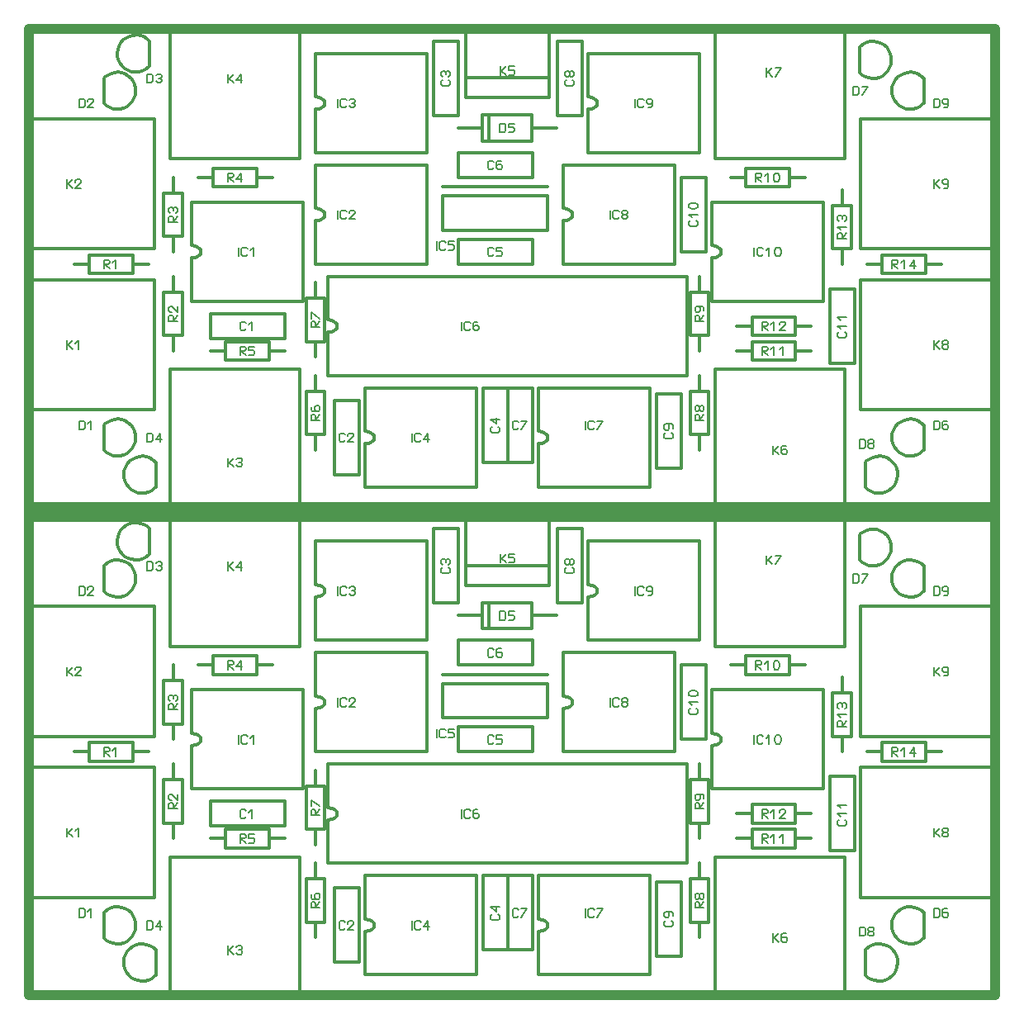
<source format=gto>
%FSLAX24Y24*%
%MOIN*%
%ADD10C,0.0060*%
%ADD11C,0.0139*%
%ADD12C,0.0394*%
D10*
G01X8202Y1821D02*
X8202Y2179D01*
X8202Y1940D02*
X8440Y2179D01*
X8262Y2000D02*
X8440Y1821D01*
X8560Y2119D02*
X8619Y2179D01*
X8738Y2179D01*
X8798Y2119D01*
X8798Y2060D01*
X8738Y2000D01*
X8649Y2000D01*
X8738Y2000D02*
X8798Y1940D01*
X8798Y1881D01*
X8738Y1821D01*
X8619Y1821D01*
X8560Y1881D01*
X17119Y17440D02*
X17179Y17381D01*
X17179Y17262D01*
X17119Y17202D01*
X16881Y17202D01*
X16821Y17262D01*
X16821Y17381D01*
X16881Y17440D01*
X16881Y17560D02*
X16821Y17619D01*
X16821Y17738D01*
X16881Y17798D01*
X16940Y17798D01*
X17000Y17738D01*
X17000Y17649D01*
X17000Y17738D02*
X17060Y17798D01*
X17119Y17798D01*
X17179Y17738D01*
X17179Y17619D01*
X17119Y17560D01*
X19190Y15321D02*
X19190Y15679D01*
X19368Y15679D01*
X19428Y15619D01*
X19428Y15381D01*
X19368Y15321D01*
X19190Y15321D01*
X19547Y15679D02*
X19785Y15679D01*
X19547Y15679D02*
X19547Y15530D01*
X19726Y15530D01*
X19785Y15470D01*
X19785Y15381D01*
X19726Y15321D01*
X19547Y15321D01*
X8940Y7381D02*
X8881Y7321D01*
X8762Y7321D01*
X8702Y7381D01*
X8702Y7619D01*
X8762Y7679D01*
X8881Y7679D01*
X8940Y7619D01*
X9179Y7321D02*
X9179Y7679D01*
X9060Y7560D01*
X8702Y6321D02*
X8702Y6679D01*
X8881Y6679D01*
X8940Y6619D01*
X8940Y6560D01*
X8881Y6500D01*
X8702Y6500D01*
X8940Y6321D01*
X9060Y6679D02*
X9298Y6679D01*
X9060Y6679D02*
X9060Y6530D01*
X9238Y6530D01*
X9298Y6470D01*
X9298Y6381D01*
X9238Y6321D01*
X9060Y6321D01*
X19202Y17632D02*
X19202Y17990D01*
X19202Y17751D02*
X19440Y17990D01*
X19262Y17811D02*
X19440Y17632D01*
X19560Y17990D02*
X19798Y17990D01*
X19560Y17990D02*
X19560Y17841D01*
X19738Y17841D01*
X19798Y17781D01*
X19798Y17692D01*
X19738Y17632D01*
X19560Y17632D01*
X33119Y7262D02*
X33179Y7202D01*
X33179Y7083D01*
X33119Y7024D01*
X32881Y7024D01*
X32821Y7083D01*
X32821Y7202D01*
X32881Y7262D01*
X33179Y7500D02*
X32821Y7500D01*
X32940Y7381D01*
X33179Y7857D02*
X32821Y7857D01*
X32940Y7738D01*
X29524Y13321D02*
X29524Y13679D01*
X29702Y13679D01*
X29762Y13619D01*
X29762Y13560D01*
X29702Y13500D01*
X29524Y13500D01*
X29762Y13321D01*
X30000Y13321D02*
X30000Y13679D01*
X29881Y13560D01*
X30298Y13321D02*
X30238Y13440D01*
X30238Y13560D01*
X30298Y13679D01*
X30417Y13679D01*
X30476Y13560D01*
X30476Y13440D01*
X30417Y13321D01*
X30298Y13321D01*
X29952Y17571D02*
X29952Y17929D01*
X29952Y17690D02*
X30190Y17929D01*
X30012Y17750D02*
X30190Y17571D01*
X30310Y17929D02*
X30548Y17929D01*
X30310Y17571D01*
X22119Y17440D02*
X22179Y17381D01*
X22179Y17262D01*
X22119Y17202D01*
X21881Y17202D01*
X21821Y17262D01*
X21821Y17381D01*
X21881Y17440D01*
X22179Y17619D02*
X22119Y17560D01*
X22060Y17560D01*
X22000Y17619D01*
X22000Y17738D01*
X21940Y17798D01*
X21881Y17798D01*
X21821Y17738D01*
X21821Y17619D01*
X21881Y17560D01*
X21940Y17560D01*
X22000Y17619D01*
X22000Y17738D02*
X22060Y17798D01*
X22119Y17798D01*
X22179Y17738D01*
X22179Y17619D01*
X18940Y13881D02*
X18881Y13821D01*
X18762Y13821D01*
X18702Y13881D01*
X18702Y14119D01*
X18762Y14179D01*
X18881Y14179D01*
X18940Y14119D01*
X19238Y14179D02*
X19119Y14179D01*
X19060Y14119D01*
X19060Y13881D01*
X19119Y13821D01*
X19238Y13821D01*
X19298Y13881D01*
X19298Y13970D01*
X19238Y14030D01*
X19119Y14030D01*
X19060Y13970D01*
X16643Y10571D02*
X16643Y10929D01*
X17000Y10631D02*
X16940Y10571D01*
X16821Y10571D01*
X16762Y10631D01*
X16762Y10869D01*
X16821Y10929D01*
X16940Y10929D01*
X17000Y10869D01*
X17119Y10929D02*
X17357Y10929D01*
X17119Y10929D02*
X17119Y10780D01*
X17298Y10780D01*
X17357Y10720D01*
X17357Y10631D01*
X17298Y10571D01*
X17119Y10571D01*
X19940Y3381D02*
X19881Y3321D01*
X19762Y3321D01*
X19702Y3381D01*
X19702Y3619D01*
X19762Y3679D01*
X19881Y3679D01*
X19940Y3619D01*
X20060Y3679D02*
X20298Y3679D01*
X20060Y3321D01*
X12940Y2881D02*
X12881Y2821D01*
X12762Y2821D01*
X12702Y2881D01*
X12702Y3119D01*
X12762Y3179D01*
X12881Y3179D01*
X12940Y3119D01*
X13060Y3060D02*
X13060Y3119D01*
X13119Y3179D01*
X13238Y3179D01*
X13298Y3119D01*
X13298Y3060D01*
X13060Y2821D01*
X13298Y2821D01*
X27119Y11762D02*
X27179Y11702D01*
X27179Y11583D01*
X27119Y11524D01*
X26881Y11524D01*
X26821Y11583D01*
X26821Y11702D01*
X26881Y11762D01*
X27179Y12000D02*
X26821Y12000D01*
X26940Y11881D01*
X27179Y12298D02*
X27060Y12238D01*
X26940Y12238D01*
X26821Y12298D01*
X26821Y12417D01*
X26940Y12476D01*
X27060Y12476D01*
X27179Y12417D01*
X27179Y12298D01*
X26119Y3190D02*
X26179Y3131D01*
X26179Y3012D01*
X26119Y2952D01*
X25881Y2952D01*
X25821Y3012D01*
X25821Y3131D01*
X25881Y3190D01*
X26179Y3369D02*
X26179Y3488D01*
X26119Y3548D01*
X25881Y3548D01*
X25821Y3488D01*
X25821Y3369D01*
X25881Y3310D01*
X25970Y3310D01*
X26030Y3369D01*
X26030Y3488D01*
X25970Y3548D01*
X24643Y16321D02*
X24643Y16679D01*
X25000Y16381D02*
X24940Y16321D01*
X24821Y16321D01*
X24762Y16381D01*
X24762Y16619D01*
X24821Y16679D01*
X24940Y16679D01*
X25000Y16619D01*
X25179Y16321D02*
X25298Y16321D01*
X25357Y16381D01*
X25357Y16619D01*
X25298Y16679D01*
X25179Y16679D01*
X25119Y16619D01*
X25119Y16530D01*
X25179Y16470D01*
X25298Y16470D01*
X25357Y16530D01*
X29464Y10321D02*
X29464Y10679D01*
X29821Y10381D02*
X29762Y10321D01*
X29643Y10321D01*
X29583Y10381D01*
X29583Y10619D01*
X29643Y10679D01*
X29762Y10679D01*
X29821Y10619D01*
X30060Y10321D02*
X30060Y10679D01*
X29940Y10560D01*
X30357Y10321D02*
X30298Y10440D01*
X30298Y10560D01*
X30357Y10679D01*
X30476Y10679D01*
X30536Y10560D01*
X30536Y10440D01*
X30476Y10321D01*
X30357Y10321D01*
X36702Y13071D02*
X36702Y13429D01*
X36702Y13190D02*
X36940Y13429D01*
X36762Y13250D02*
X36940Y13071D01*
X37119Y13071D02*
X37238Y13071D01*
X37298Y13131D01*
X37298Y13369D01*
X37238Y13429D01*
X37119Y13429D01*
X37060Y13369D01*
X37060Y13280D01*
X37119Y13220D01*
X37238Y13220D01*
X37298Y13280D01*
X36702Y6571D02*
X36702Y6929D01*
X36702Y6690D02*
X36940Y6929D01*
X36762Y6750D02*
X36940Y6571D01*
X37119Y6571D02*
X37060Y6631D01*
X37060Y6690D01*
X37119Y6750D01*
X37238Y6750D01*
X37298Y6810D01*
X37298Y6869D01*
X37238Y6929D01*
X37119Y6929D01*
X37060Y6869D01*
X37060Y6810D01*
X37119Y6750D01*
X37238Y6750D02*
X37298Y6690D01*
X37298Y6631D01*
X37238Y6571D01*
X37119Y6571D01*
X30202Y2321D02*
X30202Y2679D01*
X30202Y2440D02*
X30440Y2679D01*
X30262Y2500D02*
X30440Y2321D01*
X30738Y2679D02*
X30619Y2679D01*
X30560Y2619D01*
X30560Y2381D01*
X30619Y2321D01*
X30738Y2321D01*
X30798Y2381D01*
X30798Y2470D01*
X30738Y2530D01*
X30619Y2530D01*
X30560Y2470D01*
X33179Y11024D02*
X32821Y11024D01*
X32821Y11202D01*
X32881Y11262D01*
X32940Y11262D01*
X33000Y11202D01*
X33000Y11024D01*
X33179Y11262D01*
X33179Y11500D02*
X32821Y11500D01*
X32940Y11381D01*
X32881Y11738D02*
X32821Y11798D01*
X32821Y11917D01*
X32881Y11976D01*
X32940Y11976D01*
X33000Y11917D01*
X33000Y11827D01*
X33000Y11917D02*
X33060Y11976D01*
X33119Y11976D01*
X33179Y11917D01*
X33179Y11798D01*
X33119Y11738D01*
X29774Y7321D02*
X29774Y7679D01*
X29952Y7679D01*
X30012Y7619D01*
X30012Y7560D01*
X29952Y7500D01*
X29774Y7500D01*
X30012Y7321D01*
X30250Y7321D02*
X30250Y7679D01*
X30131Y7560D01*
X30488Y7560D02*
X30488Y7619D01*
X30548Y7679D01*
X30667Y7679D01*
X30726Y7619D01*
X30726Y7560D01*
X30488Y7321D01*
X30726Y7321D01*
X29774Y6321D02*
X29774Y6679D01*
X29952Y6679D01*
X30012Y6619D01*
X30012Y6560D01*
X29952Y6500D01*
X29774Y6500D01*
X30012Y6321D01*
X30250Y6321D02*
X30250Y6679D01*
X30131Y6560D01*
X30607Y6321D02*
X30607Y6679D01*
X30488Y6560D01*
X22643Y3321D02*
X22643Y3679D01*
X23000Y3381D02*
X22940Y3321D01*
X22821Y3321D01*
X22762Y3381D01*
X22762Y3619D01*
X22821Y3679D01*
X22940Y3679D01*
X23000Y3619D01*
X23119Y3679D02*
X23357Y3679D01*
X23119Y3321D01*
X23643Y11821D02*
X23643Y12179D01*
X24000Y11881D02*
X23940Y11821D01*
X23821Y11821D01*
X23762Y11881D01*
X23762Y12119D01*
X23821Y12179D01*
X23940Y12179D01*
X24000Y12119D01*
X24179Y11821D02*
X24119Y11881D01*
X24119Y11940D01*
X24179Y12000D01*
X24298Y12000D01*
X24357Y12060D01*
X24357Y12119D01*
X24298Y12179D01*
X24179Y12179D01*
X24119Y12119D01*
X24119Y12060D01*
X24179Y12000D01*
X24298Y12000D02*
X24357Y11940D01*
X24357Y11881D01*
X24298Y11821D01*
X24179Y11821D01*
X1702Y6571D02*
X1702Y6929D01*
X1702Y6690D02*
X1940Y6929D01*
X1762Y6750D02*
X1940Y6571D01*
X2179Y6571D02*
X2179Y6929D01*
X2060Y6810D01*
X1702Y13071D02*
X1702Y13429D01*
X1702Y13190D02*
X1940Y13429D01*
X1762Y13250D02*
X1940Y13071D01*
X2060Y13310D02*
X2060Y13369D01*
X2119Y13429D01*
X2238Y13429D01*
X2298Y13369D01*
X2298Y13310D01*
X2060Y13071D01*
X2298Y13071D01*
X8202Y17321D02*
X8202Y17679D01*
X8202Y17440D02*
X8440Y17679D01*
X8262Y17500D02*
X8440Y17321D01*
X8738Y17321D02*
X8738Y17679D01*
X8560Y17440D01*
X8798Y17440D01*
X8202Y13321D02*
X8202Y13679D01*
X8381Y13679D01*
X8440Y13619D01*
X8440Y13560D01*
X8381Y13500D01*
X8202Y13500D01*
X8440Y13321D01*
X8738Y13321D02*
X8738Y13679D01*
X8560Y13440D01*
X8798Y13440D01*
X6179Y11702D02*
X5821Y11702D01*
X5821Y11881D01*
X5881Y11940D01*
X5940Y11940D01*
X6000Y11881D01*
X6000Y11702D01*
X6179Y11940D01*
X5881Y12060D02*
X5821Y12119D01*
X5821Y12238D01*
X5881Y12298D01*
X5940Y12298D01*
X6000Y12238D01*
X6000Y12149D01*
X6000Y12238D02*
X6060Y12298D01*
X6119Y12298D01*
X6179Y12238D01*
X6179Y12119D01*
X6119Y12060D01*
X6179Y7702D02*
X5821Y7702D01*
X5821Y7881D01*
X5881Y7940D01*
X5940Y7940D01*
X6000Y7881D01*
X6000Y7702D01*
X6179Y7940D01*
X5940Y8060D02*
X5881Y8060D01*
X5821Y8119D01*
X5821Y8238D01*
X5881Y8298D01*
X5940Y8298D01*
X6179Y8060D01*
X6179Y8298D01*
X8643Y10321D02*
X8643Y10679D01*
X9000Y10381D02*
X8940Y10321D01*
X8821Y10321D01*
X8762Y10381D01*
X8762Y10619D01*
X8821Y10679D01*
X8940Y10679D01*
X9000Y10619D01*
X9238Y10321D02*
X9238Y10679D01*
X9119Y10560D01*
X12643Y16321D02*
X12643Y16679D01*
X13000Y16381D02*
X12940Y16321D01*
X12821Y16321D01*
X12762Y16381D01*
X12762Y16619D01*
X12821Y16679D01*
X12940Y16679D01*
X13000Y16619D01*
X13119Y16619D02*
X13179Y16679D01*
X13298Y16679D01*
X13357Y16619D01*
X13357Y16560D01*
X13298Y16500D01*
X13208Y16500D01*
X13298Y16500D02*
X13357Y16440D01*
X13357Y16381D01*
X13298Y16321D01*
X13179Y16321D01*
X13119Y16381D01*
X12643Y11821D02*
X12643Y12179D01*
X13000Y11881D02*
X12940Y11821D01*
X12821Y11821D01*
X12762Y11881D01*
X12762Y12119D01*
X12821Y12179D01*
X12940Y12179D01*
X13000Y12119D01*
X13119Y12060D02*
X13119Y12119D01*
X13179Y12179D01*
X13298Y12179D01*
X13357Y12119D01*
X13357Y12060D01*
X13119Y11821D01*
X13357Y11821D01*
X15643Y2821D02*
X15643Y3179D01*
X16000Y2881D02*
X15940Y2821D01*
X15821Y2821D01*
X15762Y2881D01*
X15762Y3119D01*
X15821Y3179D01*
X15940Y3179D01*
X16000Y3119D01*
X16298Y2821D02*
X16298Y3179D01*
X16119Y2940D01*
X16357Y2940D01*
X18940Y10381D02*
X18881Y10321D01*
X18762Y10321D01*
X18702Y10381D01*
X18702Y10619D01*
X18762Y10679D01*
X18881Y10679D01*
X18940Y10619D01*
X19060Y10679D02*
X19298Y10679D01*
X19060Y10679D02*
X19060Y10530D01*
X19238Y10530D01*
X19298Y10470D01*
X19298Y10381D01*
X19238Y10321D01*
X19060Y10321D01*
X17643Y7321D02*
X17643Y7679D01*
X18000Y7381D02*
X17940Y7321D01*
X17821Y7321D01*
X17762Y7381D01*
X17762Y7619D01*
X17821Y7679D01*
X17940Y7679D01*
X18000Y7619D01*
X18298Y7679D02*
X18179Y7679D01*
X18119Y7619D01*
X18119Y7381D01*
X18179Y7321D01*
X18298Y7321D01*
X18357Y7381D01*
X18357Y7470D01*
X18298Y7530D01*
X18179Y7530D01*
X18119Y7470D01*
X19119Y3440D02*
X19179Y3381D01*
X19179Y3262D01*
X19119Y3202D01*
X18881Y3202D01*
X18821Y3262D01*
X18821Y3381D01*
X18881Y3440D01*
X19179Y3738D02*
X18821Y3738D01*
X19060Y3560D01*
X19060Y3798D01*
X4952Y17321D02*
X4952Y17679D01*
X5131Y17679D01*
X5190Y17619D01*
X5190Y17381D01*
X5131Y17321D01*
X4952Y17321D01*
X5310Y17619D02*
X5369Y17679D01*
X5488Y17679D01*
X5548Y17619D01*
X5548Y17560D01*
X5488Y17500D01*
X5399Y17500D01*
X5488Y17500D02*
X5548Y17440D01*
X5548Y17381D01*
X5488Y17321D01*
X5369Y17321D01*
X5310Y17381D01*
X2202Y16321D02*
X2202Y16679D01*
X2381Y16679D01*
X2440Y16619D01*
X2440Y16381D01*
X2381Y16321D01*
X2202Y16321D01*
X2560Y16560D02*
X2560Y16619D01*
X2619Y16679D01*
X2738Y16679D01*
X2798Y16619D01*
X2798Y16560D01*
X2560Y16321D01*
X2798Y16321D01*
X2202Y3321D02*
X2202Y3679D01*
X2381Y3679D01*
X2440Y3619D01*
X2440Y3381D01*
X2381Y3321D01*
X2202Y3321D01*
X2679Y3321D02*
X2679Y3679D01*
X2560Y3560D01*
X4952Y2821D02*
X4952Y3179D01*
X5131Y3179D01*
X5190Y3119D01*
X5190Y2881D01*
X5131Y2821D01*
X4952Y2821D01*
X5488Y2821D02*
X5488Y3179D01*
X5310Y2940D01*
X5548Y2940D01*
X11929Y3702D02*
X11571Y3702D01*
X11571Y3881D01*
X11631Y3940D01*
X11690Y3940D01*
X11750Y3881D01*
X11750Y3702D01*
X11929Y3940D01*
X11571Y4238D02*
X11571Y4119D01*
X11631Y4060D01*
X11869Y4060D01*
X11929Y4119D01*
X11929Y4238D01*
X11869Y4298D01*
X11780Y4298D01*
X11720Y4238D01*
X11720Y4119D01*
X11780Y4060D01*
X3202Y9821D02*
X3202Y10179D01*
X3381Y10179D01*
X3440Y10119D01*
X3440Y10060D01*
X3381Y10000D01*
X3202Y10000D01*
X3440Y9821D01*
X3679Y9821D02*
X3679Y10179D01*
X3560Y10060D01*
X11929Y7452D02*
X11571Y7452D01*
X11571Y7631D01*
X11631Y7690D01*
X11690Y7690D01*
X11750Y7631D01*
X11750Y7452D01*
X11929Y7690D01*
X11571Y7810D02*
X11571Y8048D01*
X11929Y7810D01*
X33452Y16821D02*
X33452Y17179D01*
X33631Y17179D01*
X33690Y17119D01*
X33690Y16881D01*
X33631Y16821D01*
X33452Y16821D01*
X33810Y17179D02*
X34048Y17179D01*
X33810Y16821D01*
X36702Y16321D02*
X36702Y16679D01*
X36881Y16679D01*
X36940Y16619D01*
X36940Y16381D01*
X36881Y16321D01*
X36702Y16321D01*
X37119Y16321D02*
X37238Y16321D01*
X37298Y16381D01*
X37298Y16619D01*
X37238Y16679D01*
X37119Y16679D01*
X37060Y16619D01*
X37060Y16530D01*
X37119Y16470D01*
X37238Y16470D01*
X37298Y16530D01*
X36702Y3321D02*
X36702Y3679D01*
X36881Y3679D01*
X36940Y3619D01*
X36940Y3381D01*
X36881Y3321D01*
X36702Y3321D01*
X37238Y3679D02*
X37119Y3679D01*
X37060Y3619D01*
X37060Y3381D01*
X37119Y3321D01*
X37238Y3321D01*
X37298Y3381D01*
X37298Y3470D01*
X37238Y3530D01*
X37119Y3530D01*
X37060Y3470D01*
X33702Y2571D02*
X33702Y2929D01*
X33881Y2929D01*
X33940Y2869D01*
X33940Y2631D01*
X33881Y2571D01*
X33702Y2571D01*
X34119Y2571D02*
X34060Y2631D01*
X34060Y2690D01*
X34119Y2750D01*
X34238Y2750D01*
X34298Y2810D01*
X34298Y2869D01*
X34238Y2929D01*
X34119Y2929D01*
X34060Y2869D01*
X34060Y2810D01*
X34119Y2750D01*
X34238Y2750D02*
X34298Y2690D01*
X34298Y2631D01*
X34238Y2571D01*
X34119Y2571D01*
X35024Y9821D02*
X35024Y10179D01*
X35202Y10179D01*
X35262Y10119D01*
X35262Y10060D01*
X35202Y10000D01*
X35024Y10000D01*
X35262Y9821D01*
X35500Y9821D02*
X35500Y10179D01*
X35381Y10060D01*
X35917Y9821D02*
X35917Y10179D01*
X35738Y9940D01*
X35976Y9940D01*
X27429Y3702D02*
X27071Y3702D01*
X27071Y3881D01*
X27131Y3940D01*
X27190Y3940D01*
X27250Y3881D01*
X27250Y3702D01*
X27429Y3940D01*
X27429Y4119D02*
X27369Y4060D01*
X27310Y4060D01*
X27250Y4119D01*
X27250Y4238D01*
X27190Y4298D01*
X27131Y4298D01*
X27071Y4238D01*
X27071Y4119D01*
X27131Y4060D01*
X27190Y4060D01*
X27250Y4119D01*
X27250Y4238D02*
X27310Y4298D01*
X27369Y4298D01*
X27429Y4238D01*
X27429Y4119D01*
X27429Y7702D02*
X27071Y7702D01*
X27071Y7881D01*
X27131Y7940D01*
X27190Y7940D01*
X27250Y7881D01*
X27250Y7702D01*
X27429Y7940D01*
X27429Y8119D02*
X27429Y8238D01*
X27369Y8298D01*
X27131Y8298D01*
X27071Y8238D01*
X27071Y8119D01*
X27131Y8060D01*
X27220Y8060D01*
X27280Y8119D01*
X27280Y8238D01*
X27220Y8298D01*
X8202Y21506D02*
X8202Y21864D01*
X8202Y21626D02*
X8440Y21864D01*
X8262Y21685D02*
X8440Y21506D01*
X8560Y21804D02*
X8619Y21864D01*
X8738Y21864D01*
X8798Y21804D01*
X8798Y21745D01*
X8738Y21685D01*
X8649Y21685D01*
X8738Y21685D02*
X8798Y21626D01*
X8798Y21566D01*
X8738Y21506D01*
X8619Y21506D01*
X8560Y21566D01*
X17119Y37126D02*
X17179Y37066D01*
X17179Y36947D01*
X17119Y36887D01*
X16881Y36887D01*
X16821Y36947D01*
X16821Y37066D01*
X16881Y37126D01*
X16881Y37245D02*
X16821Y37304D01*
X16821Y37423D01*
X16881Y37483D01*
X16940Y37483D01*
X17000Y37423D01*
X17000Y37334D01*
X17000Y37423D02*
X17060Y37483D01*
X17119Y37483D01*
X17179Y37423D01*
X17179Y37304D01*
X17119Y37245D01*
X19190Y35006D02*
X19190Y35364D01*
X19368Y35364D01*
X19428Y35304D01*
X19428Y35066D01*
X19368Y35006D01*
X19190Y35006D01*
X19547Y35364D02*
X19785Y35364D01*
X19547Y35364D02*
X19547Y35215D01*
X19726Y35215D01*
X19785Y35155D01*
X19785Y35066D01*
X19726Y35006D01*
X19547Y35006D01*
X8940Y27066D02*
X8881Y27006D01*
X8762Y27006D01*
X8702Y27066D01*
X8702Y27304D01*
X8762Y27364D01*
X8881Y27364D01*
X8940Y27304D01*
X9179Y27006D02*
X9179Y27364D01*
X9060Y27245D01*
X8702Y26006D02*
X8702Y26364D01*
X8881Y26364D01*
X8940Y26304D01*
X8940Y26245D01*
X8881Y26185D01*
X8702Y26185D01*
X8940Y26006D01*
X9060Y26364D02*
X9298Y26364D01*
X9060Y26364D02*
X9060Y26215D01*
X9238Y26215D01*
X9298Y26155D01*
X9298Y26066D01*
X9238Y26006D01*
X9060Y26006D01*
X19202Y37317D02*
X19202Y37675D01*
X19202Y37437D02*
X19440Y37675D01*
X19262Y37496D02*
X19440Y37317D01*
X19560Y37675D02*
X19798Y37675D01*
X19560Y37675D02*
X19560Y37526D01*
X19738Y37526D01*
X19798Y37466D01*
X19798Y37377D01*
X19738Y37317D01*
X19560Y37317D01*
X33119Y26947D02*
X33179Y26887D01*
X33179Y26768D01*
X33119Y26709D01*
X32881Y26709D01*
X32821Y26768D01*
X32821Y26887D01*
X32881Y26947D01*
X33179Y27185D02*
X32821Y27185D01*
X32940Y27066D01*
X33179Y27542D02*
X32821Y27542D01*
X32940Y27423D01*
X29524Y33006D02*
X29524Y33364D01*
X29702Y33364D01*
X29762Y33304D01*
X29762Y33245D01*
X29702Y33185D01*
X29524Y33185D01*
X29762Y33006D01*
X30000Y33006D02*
X30000Y33364D01*
X29881Y33245D01*
X30298Y33006D02*
X30238Y33126D01*
X30238Y33245D01*
X30298Y33364D01*
X30417Y33364D01*
X30476Y33245D01*
X30476Y33126D01*
X30417Y33006D01*
X30298Y33006D01*
X29952Y37256D02*
X29952Y37614D01*
X29952Y37376D02*
X30190Y37614D01*
X30012Y37435D02*
X30190Y37256D01*
X30310Y37614D02*
X30548Y37614D01*
X30310Y37256D01*
X22119Y37126D02*
X22179Y37066D01*
X22179Y36947D01*
X22119Y36887D01*
X21881Y36887D01*
X21821Y36947D01*
X21821Y37066D01*
X21881Y37126D01*
X22179Y37304D02*
X22119Y37245D01*
X22060Y37245D01*
X22000Y37304D01*
X22000Y37423D01*
X21940Y37483D01*
X21881Y37483D01*
X21821Y37423D01*
X21821Y37304D01*
X21881Y37245D01*
X21940Y37245D01*
X22000Y37304D01*
X22000Y37423D02*
X22060Y37483D01*
X22119Y37483D01*
X22179Y37423D01*
X22179Y37304D01*
X18940Y33566D02*
X18881Y33506D01*
X18762Y33506D01*
X18702Y33566D01*
X18702Y33804D01*
X18762Y33864D01*
X18881Y33864D01*
X18940Y33804D01*
X19238Y33864D02*
X19119Y33864D01*
X19060Y33804D01*
X19060Y33566D01*
X19119Y33506D01*
X19238Y33506D01*
X19298Y33566D01*
X19298Y33655D01*
X19238Y33715D01*
X19119Y33715D01*
X19060Y33655D01*
X16643Y30256D02*
X16643Y30614D01*
X17000Y30316D02*
X16940Y30256D01*
X16821Y30256D01*
X16762Y30316D01*
X16762Y30554D01*
X16821Y30614D01*
X16940Y30614D01*
X17000Y30554D01*
X17119Y30614D02*
X17357Y30614D01*
X17119Y30614D02*
X17119Y30465D01*
X17298Y30465D01*
X17357Y30405D01*
X17357Y30316D01*
X17298Y30256D01*
X17119Y30256D01*
X19940Y23066D02*
X19881Y23006D01*
X19762Y23006D01*
X19702Y23066D01*
X19702Y23304D01*
X19762Y23364D01*
X19881Y23364D01*
X19940Y23304D01*
X20060Y23364D02*
X20298Y23364D01*
X20060Y23006D01*
X12940Y22566D02*
X12881Y22506D01*
X12762Y22506D01*
X12702Y22566D01*
X12702Y22804D01*
X12762Y22864D01*
X12881Y22864D01*
X12940Y22804D01*
X13060Y22745D02*
X13060Y22804D01*
X13119Y22864D01*
X13238Y22864D01*
X13298Y22804D01*
X13298Y22745D01*
X13060Y22506D01*
X13298Y22506D01*
X27119Y31447D02*
X27179Y31387D01*
X27179Y31268D01*
X27119Y31209D01*
X26881Y31209D01*
X26821Y31268D01*
X26821Y31387D01*
X26881Y31447D01*
X27179Y31685D02*
X26821Y31685D01*
X26940Y31566D01*
X27179Y31983D02*
X27060Y31923D01*
X26940Y31923D01*
X26821Y31983D01*
X26821Y32102D01*
X26940Y32161D01*
X27060Y32161D01*
X27179Y32102D01*
X27179Y31983D01*
X26119Y22876D02*
X26179Y22816D01*
X26179Y22697D01*
X26119Y22637D01*
X25881Y22637D01*
X25821Y22697D01*
X25821Y22816D01*
X25881Y22876D01*
X26179Y23054D02*
X26179Y23173D01*
X26119Y23233D01*
X25881Y23233D01*
X25821Y23173D01*
X25821Y23054D01*
X25881Y22995D01*
X25970Y22995D01*
X26030Y23054D01*
X26030Y23173D01*
X25970Y23233D01*
X24643Y36006D02*
X24643Y36364D01*
X25000Y36066D02*
X24940Y36006D01*
X24821Y36006D01*
X24762Y36066D01*
X24762Y36304D01*
X24821Y36364D01*
X24940Y36364D01*
X25000Y36304D01*
X25179Y36006D02*
X25298Y36006D01*
X25357Y36066D01*
X25357Y36304D01*
X25298Y36364D01*
X25179Y36364D01*
X25119Y36304D01*
X25119Y36215D01*
X25179Y36155D01*
X25298Y36155D01*
X25357Y36215D01*
X29464Y30006D02*
X29464Y30364D01*
X29821Y30066D02*
X29762Y30006D01*
X29643Y30006D01*
X29583Y30066D01*
X29583Y30304D01*
X29643Y30364D01*
X29762Y30364D01*
X29821Y30304D01*
X30060Y30006D02*
X30060Y30364D01*
X29940Y30245D01*
X30357Y30006D02*
X30298Y30126D01*
X30298Y30245D01*
X30357Y30364D01*
X30476Y30364D01*
X30536Y30245D01*
X30536Y30126D01*
X30476Y30006D01*
X30357Y30006D01*
X36702Y32756D02*
X36702Y33114D01*
X36702Y32876D02*
X36940Y33114D01*
X36762Y32935D02*
X36940Y32756D01*
X37119Y32756D02*
X37238Y32756D01*
X37298Y32816D01*
X37298Y33054D01*
X37238Y33114D01*
X37119Y33114D01*
X37060Y33054D01*
X37060Y32965D01*
X37119Y32905D01*
X37238Y32905D01*
X37298Y32965D01*
X36702Y26256D02*
X36702Y26614D01*
X36702Y26376D02*
X36940Y26614D01*
X36762Y26435D02*
X36940Y26256D01*
X37119Y26256D02*
X37060Y26316D01*
X37060Y26376D01*
X37119Y26435D01*
X37238Y26435D01*
X37298Y26495D01*
X37298Y26554D01*
X37238Y26614D01*
X37119Y26614D01*
X37060Y26554D01*
X37060Y26495D01*
X37119Y26435D01*
X37238Y26435D02*
X37298Y26376D01*
X37298Y26316D01*
X37238Y26256D01*
X37119Y26256D01*
X30202Y22006D02*
X30202Y22364D01*
X30202Y22126D02*
X30440Y22364D01*
X30262Y22185D02*
X30440Y22006D01*
X30738Y22364D02*
X30619Y22364D01*
X30560Y22304D01*
X30560Y22066D01*
X30619Y22006D01*
X30738Y22006D01*
X30798Y22066D01*
X30798Y22155D01*
X30738Y22215D01*
X30619Y22215D01*
X30560Y22155D01*
X33179Y30709D02*
X32821Y30709D01*
X32821Y30887D01*
X32881Y30947D01*
X32940Y30947D01*
X33000Y30887D01*
X33000Y30709D01*
X33179Y30947D01*
X33179Y31185D02*
X32821Y31185D01*
X32940Y31066D01*
X32881Y31423D02*
X32821Y31483D01*
X32821Y31602D01*
X32881Y31661D01*
X32940Y31661D01*
X33000Y31602D01*
X33000Y31512D01*
X33000Y31602D02*
X33060Y31661D01*
X33119Y31661D01*
X33179Y31602D01*
X33179Y31483D01*
X33119Y31423D01*
X29774Y27006D02*
X29774Y27364D01*
X29952Y27364D01*
X30012Y27304D01*
X30012Y27245D01*
X29952Y27185D01*
X29774Y27185D01*
X30012Y27006D01*
X30250Y27006D02*
X30250Y27364D01*
X30131Y27245D01*
X30488Y27245D02*
X30488Y27304D01*
X30548Y27364D01*
X30667Y27364D01*
X30726Y27304D01*
X30726Y27245D01*
X30488Y27006D01*
X30726Y27006D01*
X29774Y26006D02*
X29774Y26364D01*
X29952Y26364D01*
X30012Y26304D01*
X30012Y26245D01*
X29952Y26185D01*
X29774Y26185D01*
X30012Y26006D01*
X30250Y26006D02*
X30250Y26364D01*
X30131Y26245D01*
X30607Y26006D02*
X30607Y26364D01*
X30488Y26245D01*
X22643Y23006D02*
X22643Y23364D01*
X23000Y23066D02*
X22940Y23006D01*
X22821Y23006D01*
X22762Y23066D01*
X22762Y23304D01*
X22821Y23364D01*
X22940Y23364D01*
X23000Y23304D01*
X23119Y23364D02*
X23357Y23364D01*
X23119Y23006D01*
X23643Y31506D02*
X23643Y31864D01*
X24000Y31566D02*
X23940Y31506D01*
X23821Y31506D01*
X23762Y31566D01*
X23762Y31804D01*
X23821Y31864D01*
X23940Y31864D01*
X24000Y31804D01*
X24179Y31506D02*
X24119Y31566D01*
X24119Y31626D01*
X24179Y31685D01*
X24298Y31685D01*
X24357Y31745D01*
X24357Y31804D01*
X24298Y31864D01*
X24179Y31864D01*
X24119Y31804D01*
X24119Y31745D01*
X24179Y31685D01*
X24298Y31685D02*
X24357Y31626D01*
X24357Y31566D01*
X24298Y31506D01*
X24179Y31506D01*
X1702Y26256D02*
X1702Y26614D01*
X1702Y26376D02*
X1940Y26614D01*
X1762Y26435D02*
X1940Y26256D01*
X2179Y26256D02*
X2179Y26614D01*
X2060Y26495D01*
X1702Y32756D02*
X1702Y33114D01*
X1702Y32876D02*
X1940Y33114D01*
X1762Y32935D02*
X1940Y32756D01*
X2060Y32995D02*
X2060Y33054D01*
X2119Y33114D01*
X2238Y33114D01*
X2298Y33054D01*
X2298Y32995D01*
X2060Y32756D01*
X2298Y32756D01*
X8202Y37006D02*
X8202Y37364D01*
X8202Y37126D02*
X8440Y37364D01*
X8262Y37185D02*
X8440Y37006D01*
X8738Y37006D02*
X8738Y37364D01*
X8560Y37126D01*
X8798Y37126D01*
X8202Y33006D02*
X8202Y33364D01*
X8381Y33364D01*
X8440Y33304D01*
X8440Y33245D01*
X8381Y33185D01*
X8202Y33185D01*
X8440Y33006D01*
X8738Y33006D02*
X8738Y33364D01*
X8560Y33126D01*
X8798Y33126D01*
X6179Y31387D02*
X5821Y31387D01*
X5821Y31566D01*
X5881Y31626D01*
X5940Y31626D01*
X6000Y31566D01*
X6000Y31387D01*
X6179Y31626D01*
X5881Y31745D02*
X5821Y31804D01*
X5821Y31923D01*
X5881Y31983D01*
X5940Y31983D01*
X6000Y31923D01*
X6000Y31834D01*
X6000Y31923D02*
X6060Y31983D01*
X6119Y31983D01*
X6179Y31923D01*
X6179Y31804D01*
X6119Y31745D01*
X6179Y27387D02*
X5821Y27387D01*
X5821Y27566D01*
X5881Y27626D01*
X5940Y27626D01*
X6000Y27566D01*
X6000Y27387D01*
X6179Y27626D01*
X5940Y27745D02*
X5881Y27745D01*
X5821Y27804D01*
X5821Y27923D01*
X5881Y27983D01*
X5940Y27983D01*
X6179Y27745D01*
X6179Y27983D01*
X8643Y30006D02*
X8643Y30364D01*
X9000Y30066D02*
X8940Y30006D01*
X8821Y30006D01*
X8762Y30066D01*
X8762Y30304D01*
X8821Y30364D01*
X8940Y30364D01*
X9000Y30304D01*
X9238Y30006D02*
X9238Y30364D01*
X9119Y30245D01*
X12643Y36006D02*
X12643Y36364D01*
X13000Y36066D02*
X12940Y36006D01*
X12821Y36006D01*
X12762Y36066D01*
X12762Y36304D01*
X12821Y36364D01*
X12940Y36364D01*
X13000Y36304D01*
X13119Y36304D02*
X13179Y36364D01*
X13298Y36364D01*
X13357Y36304D01*
X13357Y36245D01*
X13298Y36185D01*
X13208Y36185D01*
X13298Y36185D02*
X13357Y36126D01*
X13357Y36066D01*
X13298Y36006D01*
X13179Y36006D01*
X13119Y36066D01*
X12643Y31506D02*
X12643Y31864D01*
X13000Y31566D02*
X12940Y31506D01*
X12821Y31506D01*
X12762Y31566D01*
X12762Y31804D01*
X12821Y31864D01*
X12940Y31864D01*
X13000Y31804D01*
X13119Y31745D02*
X13119Y31804D01*
X13179Y31864D01*
X13298Y31864D01*
X13357Y31804D01*
X13357Y31745D01*
X13119Y31506D01*
X13357Y31506D01*
X15643Y22506D02*
X15643Y22864D01*
X16000Y22566D02*
X15940Y22506D01*
X15821Y22506D01*
X15762Y22566D01*
X15762Y22804D01*
X15821Y22864D01*
X15940Y22864D01*
X16000Y22804D01*
X16298Y22506D02*
X16298Y22864D01*
X16119Y22626D01*
X16357Y22626D01*
X18940Y30066D02*
X18881Y30006D01*
X18762Y30006D01*
X18702Y30066D01*
X18702Y30304D01*
X18762Y30364D01*
X18881Y30364D01*
X18940Y30304D01*
X19060Y30364D02*
X19298Y30364D01*
X19060Y30364D02*
X19060Y30215D01*
X19238Y30215D01*
X19298Y30155D01*
X19298Y30066D01*
X19238Y30006D01*
X19060Y30006D01*
X17643Y27006D02*
X17643Y27364D01*
X18000Y27066D02*
X17940Y27006D01*
X17821Y27006D01*
X17762Y27066D01*
X17762Y27304D01*
X17821Y27364D01*
X17940Y27364D01*
X18000Y27304D01*
X18298Y27364D02*
X18179Y27364D01*
X18119Y27304D01*
X18119Y27066D01*
X18179Y27006D01*
X18298Y27006D01*
X18357Y27066D01*
X18357Y27155D01*
X18298Y27215D01*
X18179Y27215D01*
X18119Y27155D01*
X19119Y23126D02*
X19179Y23066D01*
X19179Y22947D01*
X19119Y22887D01*
X18881Y22887D01*
X18821Y22947D01*
X18821Y23066D01*
X18881Y23126D01*
X19179Y23423D02*
X18821Y23423D01*
X19060Y23245D01*
X19060Y23483D01*
X4952Y37006D02*
X4952Y37364D01*
X5131Y37364D01*
X5190Y37304D01*
X5190Y37066D01*
X5131Y37006D01*
X4952Y37006D01*
X5310Y37304D02*
X5369Y37364D01*
X5488Y37364D01*
X5548Y37304D01*
X5548Y37245D01*
X5488Y37185D01*
X5399Y37185D01*
X5488Y37185D02*
X5548Y37126D01*
X5548Y37066D01*
X5488Y37006D01*
X5369Y37006D01*
X5310Y37066D01*
X2202Y36006D02*
X2202Y36364D01*
X2381Y36364D01*
X2440Y36304D01*
X2440Y36066D01*
X2381Y36006D01*
X2202Y36006D01*
X2560Y36245D02*
X2560Y36304D01*
X2619Y36364D01*
X2738Y36364D01*
X2798Y36304D01*
X2798Y36245D01*
X2560Y36006D01*
X2798Y36006D01*
X2202Y23006D02*
X2202Y23364D01*
X2381Y23364D01*
X2440Y23304D01*
X2440Y23066D01*
X2381Y23006D01*
X2202Y23006D01*
X2679Y23006D02*
X2679Y23364D01*
X2560Y23245D01*
X4952Y22506D02*
X4952Y22864D01*
X5131Y22864D01*
X5190Y22804D01*
X5190Y22566D01*
X5131Y22506D01*
X4952Y22506D01*
X5488Y22506D02*
X5488Y22864D01*
X5310Y22626D01*
X5548Y22626D01*
X11929Y23387D02*
X11571Y23387D01*
X11571Y23566D01*
X11631Y23626D01*
X11690Y23626D01*
X11750Y23566D01*
X11750Y23387D01*
X11929Y23626D01*
X11571Y23923D02*
X11571Y23804D01*
X11631Y23745D01*
X11869Y23745D01*
X11929Y23804D01*
X11929Y23923D01*
X11869Y23983D01*
X11780Y23983D01*
X11720Y23923D01*
X11720Y23804D01*
X11780Y23745D01*
X3202Y29506D02*
X3202Y29864D01*
X3381Y29864D01*
X3440Y29804D01*
X3440Y29745D01*
X3381Y29685D01*
X3202Y29685D01*
X3440Y29506D01*
X3679Y29506D02*
X3679Y29864D01*
X3560Y29745D01*
X11929Y27137D02*
X11571Y27137D01*
X11571Y27316D01*
X11631Y27376D01*
X11690Y27376D01*
X11750Y27316D01*
X11750Y27137D01*
X11929Y27376D01*
X11571Y27495D02*
X11571Y27733D01*
X11929Y27495D01*
X33452Y36506D02*
X33452Y36864D01*
X33631Y36864D01*
X33690Y36804D01*
X33690Y36566D01*
X33631Y36506D01*
X33452Y36506D01*
X33810Y36864D02*
X34048Y36864D01*
X33810Y36506D01*
X36702Y36006D02*
X36702Y36364D01*
X36881Y36364D01*
X36940Y36304D01*
X36940Y36066D01*
X36881Y36006D01*
X36702Y36006D01*
X37119Y36006D02*
X37238Y36006D01*
X37298Y36066D01*
X37298Y36304D01*
X37238Y36364D01*
X37119Y36364D01*
X37060Y36304D01*
X37060Y36215D01*
X37119Y36155D01*
X37238Y36155D01*
X37298Y36215D01*
X36702Y23006D02*
X36702Y23364D01*
X36881Y23364D01*
X36940Y23304D01*
X36940Y23066D01*
X36881Y23006D01*
X36702Y23006D01*
X37238Y23364D02*
X37119Y23364D01*
X37060Y23304D01*
X37060Y23066D01*
X37119Y23006D01*
X37238Y23006D01*
X37298Y23066D01*
X37298Y23155D01*
X37238Y23215D01*
X37119Y23215D01*
X37060Y23155D01*
X33702Y22256D02*
X33702Y22614D01*
X33881Y22614D01*
X33940Y22554D01*
X33940Y22316D01*
X33881Y22256D01*
X33702Y22256D01*
X34119Y22256D02*
X34060Y22316D01*
X34060Y22376D01*
X34119Y22435D01*
X34238Y22435D01*
X34298Y22495D01*
X34298Y22554D01*
X34238Y22614D01*
X34119Y22614D01*
X34060Y22554D01*
X34060Y22495D01*
X34119Y22435D01*
X34238Y22435D02*
X34298Y22376D01*
X34298Y22316D01*
X34238Y22256D01*
X34119Y22256D01*
X35024Y29506D02*
X35024Y29864D01*
X35202Y29864D01*
X35262Y29804D01*
X35262Y29745D01*
X35202Y29685D01*
X35024Y29685D01*
X35262Y29506D01*
X35500Y29506D02*
X35500Y29864D01*
X35381Y29745D01*
X35917Y29506D02*
X35917Y29864D01*
X35738Y29626D01*
X35976Y29626D01*
X27429Y23387D02*
X27071Y23387D01*
X27071Y23566D01*
X27131Y23626D01*
X27190Y23626D01*
X27250Y23566D01*
X27250Y23387D01*
X27429Y23626D01*
X27429Y23804D02*
X27369Y23745D01*
X27310Y23745D01*
X27250Y23804D01*
X27250Y23923D01*
X27190Y23983D01*
X27131Y23983D01*
X27071Y23923D01*
X27071Y23804D01*
X27131Y23745D01*
X27190Y23745D01*
X27250Y23804D01*
X27250Y23923D02*
X27310Y23983D01*
X27369Y23983D01*
X27429Y23923D01*
X27429Y23804D01*
X27429Y27387D02*
X27071Y27387D01*
X27071Y27566D01*
X27131Y27626D01*
X27190Y27626D01*
X27250Y27566D01*
X27250Y27387D01*
X27429Y27626D01*
X27429Y27804D02*
X27429Y27923D01*
X27369Y27983D01*
X27131Y27983D01*
X27071Y27923D01*
X27071Y27804D01*
X27131Y27745D01*
X27220Y27745D01*
X27280Y27804D01*
X27280Y27923D01*
X27220Y27983D01*
D11*
G01X11125Y69D02*
X11125Y5750D01*
X5875Y69D02*
X5875Y5750D01*
X11125Y5750D02*
X5875Y5750D01*
X16500Y16000D02*
X16500Y19000D01*
X17500Y16000D02*
X17500Y19000D01*
X16500Y19000D02*
X17500Y19000D01*
X16500Y16000D02*
X17500Y16000D01*
X21487Y15500D02*
X20487Y15500D01*
X20487Y14975D02*
X20487Y16025D01*
X17512Y15500D02*
X18487Y15500D01*
X18487Y14975D02*
X18487Y16025D01*
X20487Y14975D02*
X18487Y14975D01*
X20487Y16025D02*
X18487Y16025D01*
X18737Y14975D02*
X18737Y16025D01*
X10500Y7000D02*
X7500Y7000D01*
X10500Y8000D02*
X7500Y8000D01*
X7500Y7000D02*
X7500Y8000D01*
X10500Y7000D02*
X10500Y8000D01*
X8125Y6125D02*
X9875Y6125D01*
X7500Y6500D02*
X8125Y6500D01*
X8125Y6875D02*
X8125Y6125D01*
X8125Y6875D02*
X9875Y6875D01*
X9875Y6125D01*
X10500Y6500D02*
X9875Y6500D01*
X17827Y19484D02*
X21173Y19484D01*
X17827Y17516D02*
X21173Y17516D01*
X17827Y19484D02*
X17827Y16728D01*
X21173Y19484D02*
X21173Y16728D01*
X17827Y16728D02*
X21173Y16728D01*
X33500Y9000D02*
X33500Y6000D01*
X32500Y9000D02*
X32500Y6000D01*
X33500Y6000D02*
X32500Y6000D01*
X33500Y9000D02*
X32500Y9000D01*
X30875Y13875D02*
X29125Y13875D01*
X31500Y13500D02*
X30875Y13500D01*
X30875Y13125D02*
X30875Y13875D01*
X30875Y13125D02*
X29125Y13125D01*
X29125Y13875D01*
X28500Y13500D02*
X29125Y13500D01*
X27875Y19616D02*
X27875Y14250D01*
X33125Y19616D02*
X33125Y14250D01*
X27875Y14250D02*
X33125Y14250D01*
X21500Y16000D02*
X21500Y19000D01*
X22500Y16000D02*
X22500Y19000D01*
X21500Y19000D02*
X22500Y19000D01*
X21500Y16000D02*
X22500Y16000D01*
X17500Y14500D02*
X20500Y14500D01*
X17500Y13500D02*
X20500Y13500D01*
X20500Y14500D02*
X20500Y13500D01*
X17500Y14500D02*
X17500Y13500D01*
X16875Y12750D02*
X21125Y12750D01*
X16875Y11375D02*
X21125Y11375D01*
X16875Y12750D02*
X16875Y11375D01*
X21125Y12750D02*
X21125Y11375D01*
X16875Y13125D02*
X21125Y13125D01*
X19500Y2000D02*
X19500Y5000D01*
X20500Y2000D02*
X20500Y5000D01*
X19500Y5000D02*
X20500Y5000D01*
X19500Y2000D02*
X20500Y2000D01*
X12500Y1500D02*
X12500Y4500D01*
X13500Y1500D02*
X13500Y4500D01*
X12500Y4500D02*
X13500Y4500D01*
X12500Y1500D02*
X13500Y1500D01*
X27500Y13500D02*
X27500Y10500D01*
X26500Y13500D02*
X26500Y10500D01*
X27500Y10500D02*
X26500Y10500D01*
X27500Y13500D02*
X26500Y13500D01*
X25500Y1750D02*
X25500Y4750D01*
X26500Y1750D02*
X26500Y4750D01*
X25500Y4750D02*
X26500Y4750D01*
X25500Y1750D02*
X26500Y1750D01*
X22750Y16750D02*
X22914Y16729D01*
X23031Y16672D01*
X23102Y16592D01*
X23125Y16500D01*
X23102Y16408D01*
X23031Y16328D01*
X22914Y16271D01*
X22750Y16250D01*
X22750Y16750D02*
X22750Y18500D01*
X22750Y16250D02*
X22750Y14500D01*
X22750Y18500D02*
X27250Y18500D01*
X27250Y14500D01*
X22750Y14500D01*
X27750Y10750D02*
X27914Y10729D01*
X28031Y10672D01*
X28102Y10592D01*
X28125Y10500D01*
X28102Y10408D01*
X28031Y10328D01*
X27914Y10271D01*
X27750Y10250D01*
X27750Y10750D02*
X27750Y12500D01*
X27750Y10250D02*
X27750Y8500D01*
X27750Y12500D02*
X32250Y12500D01*
X32250Y8500D01*
X27750Y8500D01*
X39301Y15875D02*
X33750Y15875D01*
X39301Y10625D02*
X33750Y10625D01*
X33750Y15875D02*
X33750Y10625D01*
X39301Y9375D02*
X33750Y9375D01*
X39301Y4125D02*
X33750Y4125D01*
X33750Y9375D02*
X33750Y4125D01*
X33125Y69D02*
X33125Y5750D01*
X27875Y69D02*
X27875Y5750D01*
X33125Y5750D02*
X27875Y5750D01*
X32625Y12375D02*
X32625Y10625D01*
X33000Y13000D02*
X33000Y12375D01*
X33375Y12375D02*
X32625Y12375D01*
X33375Y12375D02*
X33375Y10625D01*
X32625Y10625D01*
X33000Y10000D02*
X33000Y10625D01*
X29375Y7125D02*
X31125Y7125D01*
X28750Y7500D02*
X29375Y7500D01*
X29375Y7875D02*
X29375Y7125D01*
X29375Y7875D02*
X31125Y7875D01*
X31125Y7125D01*
X31750Y7500D02*
X31125Y7500D01*
X29375Y6125D02*
X31125Y6125D01*
X28750Y6500D02*
X29375Y6500D01*
X29375Y6875D02*
X29375Y6125D01*
X29375Y6875D02*
X31125Y6875D01*
X31125Y6125D01*
X31750Y6500D02*
X31125Y6500D01*
X20750Y3250D02*
X20914Y3229D01*
X21031Y3172D01*
X21102Y3092D01*
X21125Y3000D01*
X21102Y2908D01*
X21031Y2828D01*
X20914Y2771D01*
X20750Y2750D01*
X20750Y3250D02*
X20750Y5000D01*
X20750Y2750D02*
X20750Y1000D01*
X20750Y5000D02*
X25250Y5000D01*
X25250Y1000D01*
X20750Y1000D01*
X21750Y12250D02*
X21914Y12229D01*
X22031Y12172D01*
X22102Y12092D01*
X22125Y12000D01*
X22102Y11908D01*
X22031Y11828D01*
X21914Y11771D01*
X21750Y11750D01*
X21750Y12250D02*
X21750Y14000D01*
X21750Y11750D02*
X21750Y10000D01*
X21750Y14000D02*
X26250Y14000D01*
X26250Y10000D01*
X21750Y10000D01*
X69Y4125D02*
X5250Y4125D01*
X69Y9375D02*
X5250Y9375D01*
X5250Y4125D02*
X5250Y9375D01*
X69Y10625D02*
X5250Y10625D01*
X69Y15875D02*
X5250Y15875D01*
X5250Y10625D02*
X5250Y15875D01*
X5875Y19616D02*
X5875Y14250D01*
X11125Y19616D02*
X11125Y14250D01*
X5875Y14250D02*
X11125Y14250D01*
X7625Y13125D02*
X9375Y13125D01*
X7000Y13500D02*
X7625Y13500D01*
X7625Y13875D02*
X7625Y13125D01*
X7625Y13875D02*
X9375Y13875D01*
X9375Y13125D01*
X10000Y13500D02*
X9375Y13500D01*
X6375Y11125D02*
X6375Y12875D01*
X6000Y10500D02*
X6000Y11125D01*
X5625Y11125D02*
X6375Y11125D01*
X5625Y11125D02*
X5625Y12875D01*
X6375Y12875D01*
X6000Y13500D02*
X6000Y12875D01*
X6375Y7125D02*
X6375Y8875D01*
X6000Y6500D02*
X6000Y7125D01*
X5625Y7125D02*
X6375Y7125D01*
X5625Y7125D02*
X5625Y8875D01*
X6375Y8875D01*
X6000Y9500D02*
X6000Y8875D01*
X6750Y10750D02*
X6914Y10729D01*
X7031Y10672D01*
X7102Y10592D01*
X7125Y10500D01*
X7102Y10408D01*
X7031Y10328D01*
X6914Y10271D01*
X6750Y10250D01*
X6750Y10750D02*
X6750Y12500D01*
X6750Y10250D02*
X6750Y8500D01*
X6750Y12500D02*
X11250Y12500D01*
X11250Y8500D01*
X6750Y8500D01*
X11750Y16750D02*
X11914Y16729D01*
X12031Y16672D01*
X12102Y16592D01*
X12125Y16500D01*
X12102Y16408D01*
X12031Y16328D01*
X11914Y16271D01*
X11750Y16250D01*
X11750Y16750D02*
X11750Y18500D01*
X11750Y16250D02*
X11750Y14500D01*
X11750Y18500D02*
X16250Y18500D01*
X16250Y14500D01*
X11750Y14500D01*
X11750Y12250D02*
X11914Y12229D01*
X12031Y12172D01*
X12102Y12092D01*
X12125Y12000D01*
X12102Y11908D01*
X12031Y11828D01*
X11914Y11771D01*
X11750Y11750D01*
X11750Y12250D02*
X11750Y14000D01*
X11750Y11750D02*
X11750Y10000D01*
X11750Y14000D02*
X16250Y14000D01*
X16250Y10000D01*
X11750Y10000D01*
X13750Y3250D02*
X13914Y3229D01*
X14031Y3172D01*
X14102Y3092D01*
X14125Y3000D01*
X14102Y2908D01*
X14031Y2828D01*
X13914Y2771D01*
X13750Y2750D01*
X13750Y3250D02*
X13750Y5000D01*
X13750Y2750D02*
X13750Y1000D01*
X13750Y5000D02*
X18250Y5000D01*
X18250Y1000D01*
X13750Y1000D01*
X20500Y10000D02*
X17500Y10000D01*
X20500Y11000D02*
X17500Y11000D01*
X17500Y10000D02*
X17500Y11000D01*
X20500Y10000D02*
X20500Y11000D01*
X12250Y7750D02*
X12414Y7729D01*
X12531Y7672D01*
X12602Y7592D01*
X12625Y7500D01*
X12602Y7408D01*
X12531Y7328D01*
X12414Y7271D01*
X12250Y7250D01*
X12250Y7750D02*
X12250Y9500D01*
X12250Y7250D02*
X12250Y5500D01*
X12250Y9500D02*
X26750Y9500D01*
X26750Y5500D01*
X12250Y5500D01*
X18500Y2000D02*
X18500Y5000D01*
X19500Y2000D02*
X19500Y5000D01*
X18500Y5000D02*
X19500Y5000D01*
X18500Y2000D02*
X19500Y2000D01*
X5051Y19006D02*
X4938Y19107D01*
X4811Y19181D01*
X4674Y19228D01*
X4532Y19247D01*
X4389Y19240D01*
X4249Y19205D01*
X4116Y19142D01*
X3994Y19051D01*
X3893Y18938D01*
X3819Y18811D01*
X3772Y18674D01*
X3753Y18532D01*
X3760Y18389D01*
X3795Y18249D01*
X3858Y18116D01*
X3949Y17994D01*
X4062Y17893D01*
X4189Y17819D01*
X4326Y17772D01*
X4468Y17753D01*
X4611Y17760D01*
X4751Y17795D01*
X4884Y17858D01*
X5006Y17949D01*
X5051Y17994D01*
X5051Y19006D02*
X5051Y17994D01*
X3199Y16494D02*
X3312Y16393D01*
X3439Y16319D01*
X3576Y16272D01*
X3718Y16253D01*
X3861Y16260D01*
X4001Y16295D01*
X4134Y16358D01*
X4256Y16449D01*
X4357Y16562D01*
X4431Y16689D01*
X4478Y16826D01*
X4497Y16968D01*
X4490Y17111D01*
X4455Y17251D01*
X4392Y17384D01*
X4301Y17506D01*
X4188Y17607D01*
X4061Y17681D01*
X3924Y17728D01*
X3782Y17747D01*
X3639Y17740D01*
X3499Y17705D01*
X3366Y17642D01*
X3244Y17551D01*
X3199Y17506D01*
X3199Y16494D02*
X3199Y17506D01*
X3199Y2494D02*
X3312Y2393D01*
X3439Y2319D01*
X3576Y2272D01*
X3718Y2253D01*
X3861Y2260D01*
X4001Y2295D01*
X4134Y2358D01*
X4256Y2449D01*
X4357Y2562D01*
X4431Y2689D01*
X4478Y2826D01*
X4497Y2968D01*
X4490Y3111D01*
X4455Y3251D01*
X4392Y3384D01*
X4301Y3506D01*
X4188Y3607D01*
X4061Y3681D01*
X3924Y3728D01*
X3782Y3747D01*
X3639Y3740D01*
X3499Y3705D01*
X3366Y3642D01*
X3244Y3551D01*
X3199Y3506D01*
X3199Y2494D02*
X3199Y3506D01*
X5301Y2006D02*
X5188Y2107D01*
X5061Y2181D01*
X4924Y2228D01*
X4782Y2247D01*
X4639Y2240D01*
X4499Y2205D01*
X4366Y2142D01*
X4244Y2051D01*
X4143Y1938D01*
X4069Y1811D01*
X4022Y1674D01*
X4003Y1532D01*
X4010Y1389D01*
X4045Y1249D01*
X4108Y1116D01*
X4199Y994D01*
X4312Y893D01*
X4439Y819D01*
X4576Y772D01*
X4718Y753D01*
X4861Y760D01*
X5001Y795D01*
X5134Y858D01*
X5256Y949D01*
X5301Y994D01*
X5301Y2006D02*
X5301Y994D01*
X12125Y3125D02*
X12125Y4875D01*
X11750Y2500D02*
X11750Y3125D01*
X11375Y3125D02*
X12125Y3125D01*
X11375Y3125D02*
X11375Y4875D01*
X12125Y4875D01*
X11750Y5500D02*
X11750Y4875D01*
X2625Y9625D02*
X4375Y9625D01*
X2000Y10000D02*
X2625Y10000D01*
X2625Y10375D02*
X2625Y9625D01*
X2625Y10375D02*
X4375Y10375D01*
X4375Y9625D01*
X5000Y10000D02*
X4375Y10000D01*
X11375Y8625D02*
X11375Y6875D01*
X11750Y9250D02*
X11750Y8625D01*
X12125Y8625D02*
X11375Y8625D01*
X12125Y8625D02*
X12125Y6875D01*
X11375Y6875D01*
X11750Y6250D02*
X11750Y6875D01*
X33699Y17744D02*
X33812Y17643D01*
X33939Y17569D01*
X34076Y17522D01*
X34218Y17503D01*
X34361Y17510D01*
X34501Y17545D01*
X34634Y17608D01*
X34756Y17699D01*
X34857Y17812D01*
X34931Y17939D01*
X34978Y18076D01*
X34997Y18218D01*
X34990Y18361D01*
X34955Y18501D01*
X34892Y18634D01*
X34801Y18756D01*
X34688Y18857D01*
X34561Y18931D01*
X34424Y18978D01*
X34282Y18997D01*
X34139Y18990D01*
X33999Y18955D01*
X33866Y18892D01*
X33744Y18801D01*
X33699Y18756D01*
X33699Y17744D02*
X33699Y18756D01*
X36301Y17506D02*
X36188Y17607D01*
X36061Y17681D01*
X35924Y17728D01*
X35782Y17747D01*
X35639Y17740D01*
X35499Y17705D01*
X35366Y17642D01*
X35244Y17551D01*
X35143Y17438D01*
X35069Y17311D01*
X35022Y17174D01*
X35003Y17032D01*
X35010Y16889D01*
X35045Y16749D01*
X35108Y16616D01*
X35199Y16494D01*
X35312Y16393D01*
X35439Y16319D01*
X35576Y16272D01*
X35718Y16253D01*
X35861Y16260D01*
X36001Y16295D01*
X36134Y16358D01*
X36256Y16449D01*
X36301Y16494D01*
X36301Y17506D02*
X36301Y16494D01*
X36301Y3506D02*
X36188Y3607D01*
X36061Y3681D01*
X35924Y3728D01*
X35782Y3747D01*
X35639Y3740D01*
X35499Y3705D01*
X35366Y3642D01*
X35244Y3551D01*
X35143Y3438D01*
X35069Y3311D01*
X35022Y3174D01*
X35003Y3032D01*
X35010Y2889D01*
X35045Y2749D01*
X35108Y2616D01*
X35199Y2494D01*
X35312Y2393D01*
X35439Y2319D01*
X35576Y2272D01*
X35718Y2253D01*
X35861Y2260D01*
X36001Y2295D01*
X36134Y2358D01*
X36256Y2449D01*
X36301Y2494D01*
X36301Y3506D02*
X36301Y2494D01*
X33949Y994D02*
X34062Y893D01*
X34189Y819D01*
X34326Y772D01*
X34468Y753D01*
X34611Y760D01*
X34751Y795D01*
X34884Y858D01*
X35006Y949D01*
X35107Y1062D01*
X35181Y1189D01*
X35228Y1326D01*
X35247Y1468D01*
X35240Y1611D01*
X35205Y1751D01*
X35142Y1884D01*
X35051Y2006D01*
X34938Y2107D01*
X34811Y2181D01*
X34674Y2228D01*
X34532Y2247D01*
X34389Y2240D01*
X34249Y2205D01*
X34116Y2142D01*
X33994Y2051D01*
X33949Y2006D01*
X33949Y994D02*
X33949Y2006D01*
X36375Y10375D02*
X34625Y10375D01*
X37000Y10000D02*
X36375Y10000D01*
X36375Y9625D02*
X36375Y10375D01*
X36375Y9625D02*
X34625Y9625D01*
X34625Y10375D01*
X34000Y10000D02*
X34625Y10000D01*
X27625Y3125D02*
X27625Y4875D01*
X27250Y2500D02*
X27250Y3125D01*
X26875Y3125D02*
X27625Y3125D01*
X26875Y3125D02*
X26875Y4875D01*
X27625Y4875D01*
X27250Y5500D02*
X27250Y4875D01*
X26875Y8875D02*
X26875Y7125D01*
X27250Y9500D02*
X27250Y8875D01*
X27625Y8875D02*
X26875Y8875D01*
X27625Y8875D02*
X27625Y7125D01*
X26875Y7125D01*
X27250Y6500D02*
X27250Y7125D01*
X11125Y19754D02*
X11125Y25435D01*
X5875Y19754D02*
X5875Y25435D01*
X11125Y25435D02*
X5875Y25435D01*
X16500Y35685D02*
X16500Y38685D01*
X17500Y35685D02*
X17500Y38685D01*
X16500Y38685D02*
X17500Y38685D01*
X16500Y35685D02*
X17500Y35685D01*
X21487Y35185D02*
X20487Y35185D01*
X20487Y34660D02*
X20487Y35710D01*
X17512Y35185D02*
X18487Y35185D01*
X18487Y34660D02*
X18487Y35710D01*
X20487Y34660D02*
X18487Y34660D01*
X20487Y35710D02*
X18487Y35710D01*
X18737Y34660D02*
X18737Y35710D01*
X10500Y26685D02*
X7500Y26685D01*
X10500Y27685D02*
X7500Y27685D01*
X7500Y26685D02*
X7500Y27685D01*
X10500Y26685D02*
X10500Y27685D01*
X8125Y25810D02*
X9875Y25810D01*
X7500Y26185D02*
X8125Y26185D01*
X8125Y26560D02*
X8125Y25810D01*
X8125Y26560D02*
X9875Y26560D01*
X9875Y25810D01*
X10500Y26185D02*
X9875Y26185D01*
X17827Y39169D02*
X21173Y39169D01*
X17827Y37201D02*
X21173Y37201D01*
X17827Y39169D02*
X17827Y36413D01*
X21173Y39169D02*
X21173Y36413D01*
X17827Y36413D02*
X21173Y36413D01*
X33500Y28685D02*
X33500Y25685D01*
X32500Y28685D02*
X32500Y25685D01*
X33500Y25685D02*
X32500Y25685D01*
X33500Y28685D02*
X32500Y28685D01*
X30875Y33560D02*
X29125Y33560D01*
X31500Y33185D02*
X30875Y33185D01*
X30875Y32810D02*
X30875Y33560D01*
X30875Y32810D02*
X29125Y32810D01*
X29125Y33560D01*
X28500Y33185D02*
X29125Y33185D01*
X27875Y39301D02*
X27875Y33935D01*
X33125Y39301D02*
X33125Y33935D01*
X27875Y33935D02*
X33125Y33935D01*
X21500Y35685D02*
X21500Y38685D01*
X22500Y35685D02*
X22500Y38685D01*
X21500Y38685D02*
X22500Y38685D01*
X21500Y35685D02*
X22500Y35685D01*
X17500Y34185D02*
X20500Y34185D01*
X17500Y33185D02*
X20500Y33185D01*
X20500Y34185D02*
X20500Y33185D01*
X17500Y34185D02*
X17500Y33185D01*
X16875Y32435D02*
X21125Y32435D01*
X16875Y31060D02*
X21125Y31060D01*
X16875Y32435D02*
X16875Y31060D01*
X21125Y32435D02*
X21125Y31060D01*
X16875Y32810D02*
X21125Y32810D01*
X19500Y21685D02*
X19500Y24685D01*
X20500Y21685D02*
X20500Y24685D01*
X19500Y24685D02*
X20500Y24685D01*
X19500Y21685D02*
X20500Y21685D01*
X12500Y21185D02*
X12500Y24185D01*
X13500Y21185D02*
X13500Y24185D01*
X12500Y24185D02*
X13500Y24185D01*
X12500Y21185D02*
X13500Y21185D01*
X27500Y33185D02*
X27500Y30185D01*
X26500Y33185D02*
X26500Y30185D01*
X27500Y30185D02*
X26500Y30185D01*
X27500Y33185D02*
X26500Y33185D01*
X25500Y21435D02*
X25500Y24435D01*
X26500Y21435D02*
X26500Y24435D01*
X25500Y24435D02*
X26500Y24435D01*
X25500Y21435D02*
X26500Y21435D01*
X22750Y36435D02*
X22914Y36414D01*
X23031Y36357D01*
X23102Y36277D01*
X23125Y36185D01*
X23102Y36093D01*
X23031Y36013D01*
X22914Y35957D01*
X22750Y35935D01*
X22750Y36435D02*
X22750Y38185D01*
X22750Y35935D02*
X22750Y34185D01*
X22750Y38185D02*
X27250Y38185D01*
X27250Y34185D01*
X22750Y34185D01*
X27750Y30435D02*
X27914Y30414D01*
X28031Y30357D01*
X28102Y30277D01*
X28125Y30185D01*
X28102Y30093D01*
X28031Y30013D01*
X27914Y29957D01*
X27750Y29935D01*
X27750Y30435D02*
X27750Y32185D01*
X27750Y29935D02*
X27750Y28185D01*
X27750Y32185D02*
X32250Y32185D01*
X32250Y28185D01*
X27750Y28185D01*
X39301Y35560D02*
X33750Y35560D01*
X39301Y30310D02*
X33750Y30310D01*
X33750Y35560D02*
X33750Y30310D01*
X39301Y29060D02*
X33750Y29060D01*
X39301Y23810D02*
X33750Y23810D01*
X33750Y29060D02*
X33750Y23810D01*
X33125Y19754D02*
X33125Y25435D01*
X27875Y19754D02*
X27875Y25435D01*
X33125Y25435D02*
X27875Y25435D01*
X32625Y32060D02*
X32625Y30310D01*
X33000Y32685D02*
X33000Y32060D01*
X33375Y32060D02*
X32625Y32060D01*
X33375Y32060D02*
X33375Y30310D01*
X32625Y30310D01*
X33000Y29685D02*
X33000Y30310D01*
X29375Y26810D02*
X31125Y26810D01*
X28750Y27185D02*
X29375Y27185D01*
X29375Y27560D02*
X29375Y26810D01*
X29375Y27560D02*
X31125Y27560D01*
X31125Y26810D01*
X31750Y27185D02*
X31125Y27185D01*
X29375Y25810D02*
X31125Y25810D01*
X28750Y26185D02*
X29375Y26185D01*
X29375Y26560D02*
X29375Y25810D01*
X29375Y26560D02*
X31125Y26560D01*
X31125Y25810D01*
X31750Y26185D02*
X31125Y26185D01*
X20750Y22935D02*
X20914Y22914D01*
X21031Y22857D01*
X21102Y22777D01*
X21125Y22685D01*
X21102Y22593D01*
X21031Y22513D01*
X20914Y22457D01*
X20750Y22435D01*
X20750Y22935D02*
X20750Y24685D01*
X20750Y22435D02*
X20750Y20685D01*
X20750Y24685D02*
X25250Y24685D01*
X25250Y20685D01*
X20750Y20685D01*
X21750Y31935D02*
X21914Y31914D01*
X22031Y31857D01*
X22102Y31777D01*
X22125Y31685D01*
X22102Y31593D01*
X22031Y31513D01*
X21914Y31457D01*
X21750Y31435D01*
X21750Y31935D02*
X21750Y33685D01*
X21750Y31435D02*
X21750Y29685D01*
X21750Y33685D02*
X26250Y33685D01*
X26250Y29685D01*
X21750Y29685D01*
X69Y23810D02*
X5250Y23810D01*
X69Y29060D02*
X5250Y29060D01*
X5250Y23810D02*
X5250Y29060D01*
X69Y30310D02*
X5250Y30310D01*
X69Y35560D02*
X5250Y35560D01*
X5250Y30310D02*
X5250Y35560D01*
X5875Y39301D02*
X5875Y33935D01*
X11125Y39301D02*
X11125Y33935D01*
X5875Y33935D02*
X11125Y33935D01*
X7625Y32810D02*
X9375Y32810D01*
X7000Y33185D02*
X7625Y33185D01*
X7625Y33560D02*
X7625Y32810D01*
X7625Y33560D02*
X9375Y33560D01*
X9375Y32810D01*
X10000Y33185D02*
X9375Y33185D01*
X6375Y30810D02*
X6375Y32560D01*
X6000Y30185D02*
X6000Y30810D01*
X5625Y30810D02*
X6375Y30810D01*
X5625Y30810D02*
X5625Y32560D01*
X6375Y32560D01*
X6000Y33185D02*
X6000Y32560D01*
X6375Y26810D02*
X6375Y28560D01*
X6000Y26185D02*
X6000Y26810D01*
X5625Y26810D02*
X6375Y26810D01*
X5625Y26810D02*
X5625Y28560D01*
X6375Y28560D01*
X6000Y29185D02*
X6000Y28560D01*
X6750Y30435D02*
X6914Y30414D01*
X7031Y30357D01*
X7102Y30277D01*
X7125Y30185D01*
X7102Y30093D01*
X7031Y30013D01*
X6914Y29957D01*
X6750Y29935D01*
X6750Y30435D02*
X6750Y32185D01*
X6750Y29935D02*
X6750Y28185D01*
X6750Y32185D02*
X11250Y32185D01*
X11250Y28185D01*
X6750Y28185D01*
X11750Y36435D02*
X11914Y36414D01*
X12031Y36357D01*
X12102Y36277D01*
X12125Y36185D01*
X12102Y36093D01*
X12031Y36013D01*
X11914Y35957D01*
X11750Y35935D01*
X11750Y36435D02*
X11750Y38185D01*
X11750Y35935D02*
X11750Y34185D01*
X11750Y38185D02*
X16250Y38185D01*
X16250Y34185D01*
X11750Y34185D01*
X11750Y31935D02*
X11914Y31914D01*
X12031Y31857D01*
X12102Y31777D01*
X12125Y31685D01*
X12102Y31593D01*
X12031Y31513D01*
X11914Y31457D01*
X11750Y31435D01*
X11750Y31935D02*
X11750Y33685D01*
X11750Y31435D02*
X11750Y29685D01*
X11750Y33685D02*
X16250Y33685D01*
X16250Y29685D01*
X11750Y29685D01*
X13750Y22935D02*
X13914Y22914D01*
X14031Y22857D01*
X14102Y22777D01*
X14125Y22685D01*
X14102Y22593D01*
X14031Y22513D01*
X13914Y22457D01*
X13750Y22435D01*
X13750Y22935D02*
X13750Y24685D01*
X13750Y22435D02*
X13750Y20685D01*
X13750Y24685D02*
X18250Y24685D01*
X18250Y20685D01*
X13750Y20685D01*
X20500Y29685D02*
X17500Y29685D01*
X20500Y30685D02*
X17500Y30685D01*
X17500Y29685D02*
X17500Y30685D01*
X20500Y29685D02*
X20500Y30685D01*
X12250Y27435D02*
X12414Y27414D01*
X12531Y27357D01*
X12602Y27277D01*
X12625Y27185D01*
X12602Y27093D01*
X12531Y27013D01*
X12414Y26957D01*
X12250Y26935D01*
X12250Y27435D02*
X12250Y29185D01*
X12250Y26935D02*
X12250Y25185D01*
X12250Y29185D02*
X26750Y29185D01*
X26750Y25185D01*
X12250Y25185D01*
X18500Y21685D02*
X18500Y24685D01*
X19500Y21685D02*
X19500Y24685D01*
X18500Y24685D02*
X19500Y24685D01*
X18500Y21685D02*
X19500Y21685D01*
X5051Y38691D02*
X4938Y38792D01*
X4811Y38866D01*
X4674Y38913D01*
X4532Y38932D01*
X4389Y38925D01*
X4249Y38890D01*
X4116Y38827D01*
X3994Y38736D01*
X3893Y38623D01*
X3819Y38496D01*
X3772Y38359D01*
X3753Y38217D01*
X3760Y38074D01*
X3795Y37934D01*
X3858Y37801D01*
X3949Y37679D01*
X4062Y37579D01*
X4189Y37505D01*
X4326Y37458D01*
X4468Y37438D01*
X4611Y37445D01*
X4751Y37480D01*
X4884Y37543D01*
X5006Y37634D01*
X5051Y37679D01*
X5051Y38691D02*
X5051Y37679D01*
X3199Y36179D02*
X3312Y36079D01*
X3439Y36005D01*
X3576Y35958D01*
X3718Y35938D01*
X3861Y35945D01*
X4001Y35980D01*
X4134Y36043D01*
X4256Y36134D01*
X4357Y36247D01*
X4431Y36374D01*
X4478Y36511D01*
X4497Y36653D01*
X4490Y36796D01*
X4455Y36936D01*
X4392Y37069D01*
X4301Y37191D01*
X4188Y37292D01*
X4061Y37366D01*
X3924Y37413D01*
X3782Y37432D01*
X3639Y37425D01*
X3499Y37390D01*
X3366Y37327D01*
X3244Y37236D01*
X3199Y37191D01*
X3199Y36179D02*
X3199Y37191D01*
X3199Y22179D02*
X3312Y22079D01*
X3439Y22005D01*
X3576Y21958D01*
X3718Y21938D01*
X3861Y21945D01*
X4001Y21980D01*
X4134Y22043D01*
X4256Y22134D01*
X4357Y22247D01*
X4431Y22374D01*
X4478Y22511D01*
X4497Y22653D01*
X4490Y22796D01*
X4455Y22936D01*
X4392Y23069D01*
X4301Y23191D01*
X4188Y23292D01*
X4061Y23366D01*
X3924Y23413D01*
X3782Y23432D01*
X3639Y23425D01*
X3499Y23390D01*
X3366Y23327D01*
X3244Y23236D01*
X3199Y23191D01*
X3199Y22179D02*
X3199Y23191D01*
X5301Y21691D02*
X5188Y21792D01*
X5061Y21866D01*
X4924Y21913D01*
X4782Y21932D01*
X4639Y21925D01*
X4499Y21890D01*
X4366Y21827D01*
X4244Y21736D01*
X4143Y21623D01*
X4069Y21496D01*
X4022Y21359D01*
X4003Y21217D01*
X4010Y21074D01*
X4045Y20934D01*
X4108Y20801D01*
X4199Y20679D01*
X4312Y20579D01*
X4439Y20505D01*
X4576Y20458D01*
X4718Y20438D01*
X4861Y20445D01*
X5001Y20480D01*
X5134Y20543D01*
X5256Y20634D01*
X5301Y20679D01*
X5301Y21691D02*
X5301Y20679D01*
X12125Y22810D02*
X12125Y24560D01*
X11750Y22185D02*
X11750Y22810D01*
X11375Y22810D02*
X12125Y22810D01*
X11375Y22810D02*
X11375Y24560D01*
X12125Y24560D01*
X11750Y25185D02*
X11750Y24560D01*
X2625Y29310D02*
X4375Y29310D01*
X2000Y29685D02*
X2625Y29685D01*
X2625Y30060D02*
X2625Y29310D01*
X2625Y30060D02*
X4375Y30060D01*
X4375Y29310D01*
X5000Y29685D02*
X4375Y29685D01*
X11375Y28310D02*
X11375Y26560D01*
X11750Y28935D02*
X11750Y28310D01*
X12125Y28310D02*
X11375Y28310D01*
X12125Y28310D02*
X12125Y26560D01*
X11375Y26560D01*
X11750Y25935D02*
X11750Y26560D01*
X33699Y37429D02*
X33812Y37329D01*
X33939Y37255D01*
X34076Y37208D01*
X34218Y37188D01*
X34361Y37195D01*
X34501Y37230D01*
X34634Y37293D01*
X34756Y37384D01*
X34857Y37497D01*
X34931Y37624D01*
X34978Y37761D01*
X34997Y37903D01*
X34990Y38046D01*
X34955Y38186D01*
X34892Y38319D01*
X34801Y38441D01*
X34688Y38542D01*
X34561Y38616D01*
X34424Y38663D01*
X34282Y38682D01*
X34139Y38675D01*
X33999Y38640D01*
X33866Y38577D01*
X33744Y38486D01*
X33699Y38441D01*
X33699Y37429D02*
X33699Y38441D01*
X36301Y37191D02*
X36188Y37292D01*
X36061Y37366D01*
X35924Y37413D01*
X35782Y37432D01*
X35639Y37425D01*
X35499Y37390D01*
X35366Y37327D01*
X35244Y37236D01*
X35143Y37123D01*
X35069Y36996D01*
X35022Y36859D01*
X35003Y36717D01*
X35010Y36574D01*
X35045Y36434D01*
X35108Y36301D01*
X35199Y36179D01*
X35312Y36079D01*
X35439Y36005D01*
X35576Y35958D01*
X35718Y35938D01*
X35861Y35945D01*
X36001Y35980D01*
X36134Y36043D01*
X36256Y36134D01*
X36301Y36179D01*
X36301Y37191D02*
X36301Y36179D01*
X36301Y23191D02*
X36188Y23292D01*
X36061Y23366D01*
X35924Y23413D01*
X35782Y23432D01*
X35639Y23425D01*
X35499Y23390D01*
X35366Y23327D01*
X35244Y23236D01*
X35143Y23123D01*
X35069Y22996D01*
X35022Y22859D01*
X35003Y22717D01*
X35010Y22574D01*
X35045Y22434D01*
X35108Y22301D01*
X35199Y22179D01*
X35312Y22079D01*
X35439Y22005D01*
X35576Y21958D01*
X35718Y21938D01*
X35861Y21945D01*
X36001Y21980D01*
X36134Y22043D01*
X36256Y22134D01*
X36301Y22179D01*
X36301Y23191D02*
X36301Y22179D01*
X33949Y20679D02*
X34062Y20579D01*
X34189Y20505D01*
X34326Y20458D01*
X34468Y20438D01*
X34611Y20445D01*
X34751Y20480D01*
X34884Y20543D01*
X35006Y20634D01*
X35107Y20747D01*
X35181Y20874D01*
X35228Y21011D01*
X35247Y21153D01*
X35240Y21296D01*
X35205Y21436D01*
X35142Y21569D01*
X35051Y21691D01*
X34938Y21792D01*
X34811Y21866D01*
X34674Y21913D01*
X34532Y21932D01*
X34389Y21925D01*
X34249Y21890D01*
X34116Y21827D01*
X33994Y21736D01*
X33949Y21691D01*
X33949Y20679D02*
X33949Y21691D01*
X36375Y30060D02*
X34625Y30060D01*
X37000Y29685D02*
X36375Y29685D01*
X36375Y29310D02*
X36375Y30060D01*
X36375Y29310D02*
X34625Y29310D01*
X34625Y30060D01*
X34000Y29685D02*
X34625Y29685D01*
X27625Y22810D02*
X27625Y24560D01*
X27250Y22185D02*
X27250Y22810D01*
X26875Y22810D02*
X27625Y22810D01*
X26875Y22810D02*
X26875Y24560D01*
X27625Y24560D01*
X27250Y25185D02*
X27250Y24560D01*
X26875Y28560D02*
X26875Y26810D01*
X27250Y29185D02*
X27250Y28560D01*
X27625Y28560D02*
X26875Y28560D01*
X27625Y28560D02*
X27625Y26810D01*
X26875Y26810D01*
X27250Y26185D02*
X27250Y26810D01*
D12*
G01X197Y197D02*
X197Y19488D01*
X39173Y19488D01*
X39173Y197D01*
X197Y197D01*
X197Y19882D02*
X197Y39173D01*
X39173Y39173D01*
X39173Y19882D01*
X197Y19882D01*
X197Y197D02*
X197Y39173D01*
X39173Y39173D01*
X39173Y197D01*
X197Y197D01*
M02*

</source>
